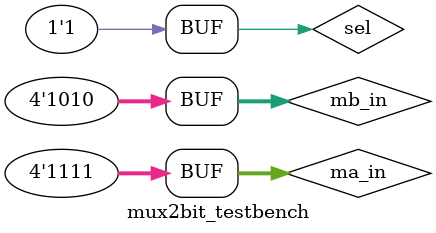
<source format=v>
`timescale 1ns / 1ps


module mux2bit_testbench;

	// Inputs
	reg [3:0] ma_in;
	reg [3:0] mb_in;
	reg sel;

	// Outputs
	wire [3:0] m_out;

	// Instantiate the Unit Under Test (UUT)
	mux2bit uut (
		.ma_in(ma_in[3:0]), 
		.mb_in(mb_in[3:0]), 
		.sel(sel), 
		.m_out(m_out[3:0])
	);

	initial begin
		// Initialize Inputs
		ma_in = 0;
		mb_in = 0;
		sel = 0;

		// Wait 100 ns for global reset to finish
		#100;
		
		ma_in = 15;
		mb_in = 10;
		sel = 0;
        
		// Add stimulus here
		
		#100;
		
		sel = 1;
		
		#100;

	end
      
endmodule


</source>
